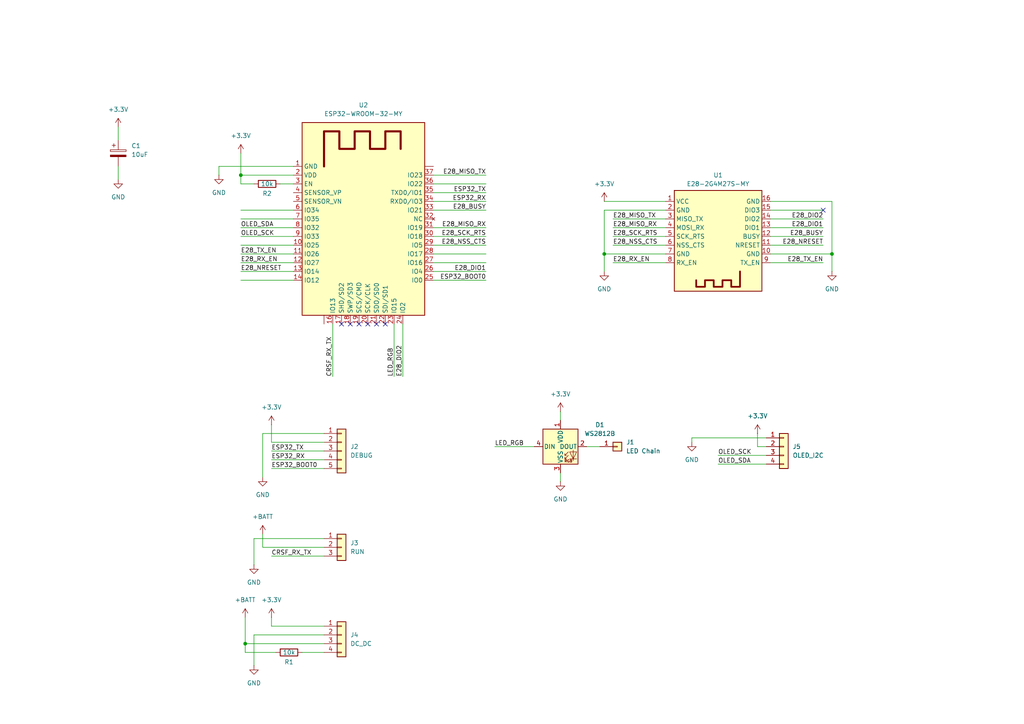
<source format=kicad_sch>
(kicad_sch (version 20250114) (generator "eeschema") (generator_version "9.0")
  (paper "A4")
  (lib_symbols
    (symbol "Connector_Generic:Conn_01x01" (pin_names (offset 1.016) (hide yes))
      (property "Reference" "J" (at 0 2.54 0))
      (property "Value" "Conn_01x01" (at 0 -2.54 0))
      (symbol "Conn_01x01_1_1"
        (rectangle (start -1.27 1.27) (end 1.27 -1.27) (stroke (width 0.254)) (fill (type background)))
        (rectangle (start -1.27 0.127) (end 0 -0.127) (stroke (width 0.1524)))
        (pin passive line (at -5.08 0 0) (length 3.81) (name "Pin_1") (number "1"))
      )
    )
    (symbol "Connector_Generic:Conn_01x03" (pin_names (offset 1.016) (hide yes))
      (property "Reference" "J" (at 0 5.08 0))
      (property "Value" "Conn_01x03" (at 0 -5.08 0))
      (symbol "Conn_01x03_1_1"
        (rectangle (start -1.27 3.81) (end 1.27 -3.81) (stroke (width 0.254)) (fill (type background)))
        (rectangle (start -1.27 2.667) (end 0 2.413) (stroke (width 0.1524)))
        (rectangle (start -1.27 0.127) (end 0 -0.127) (stroke (width 0.1524)))
        (rectangle (start -1.27 -2.413) (end 0 -2.667) (stroke (width 0.1524)))
        (pin passive line (at -5.08 2.54 0) (length 3.81) (name "Pin_1") (number "1"))
        (pin passive line (at -5.08 0 0) (length 3.81) (name "Pin_2") (number "2"))
        (pin passive line (at -5.08 -2.54 0) (length 3.81) (name "Pin_3") (number "3"))
      )
    )
    (symbol "Connector_Generic:Conn_01x04" (pin_names (offset 1.016) (hide yes))
      (property "Reference" "J" (at 0 5.08 0))
      (property "Value" "Conn_01x04" (at 0 -7.62 0))
      (symbol "Conn_01x04_1_1"
        (rectangle (start -1.27 3.81) (end 1.27 -6.35) (stroke (width 0.254)) (fill (type background)))
        (rectangle (start -1.27 2.667) (end 0 2.413) (stroke (width 0.1524)))
        (rectangle (start -1.27 0.127) (end 0 -0.127) (stroke (width 0.1524)))
        (rectangle (start -1.27 -2.413) (end 0 -2.667) (stroke (width 0.1524)))
        (rectangle (start -1.27 -4.953) (end 0 -5.207) (stroke (width 0.1524)))
        (pin passive line (at -5.08 2.54 0) (length 3.81) (name "Pin_1") (number "1"))
        (pin passive line (at -5.08 0 0) (length 3.81) (name "Pin_2") (number "2"))
        (pin passive line (at -5.08 -2.54 0) (length 3.81) (name "Pin_3") (number "3"))
        (pin passive line (at -5.08 -5.08 0) (length 3.81) (name "Pin_4") (number "4"))
      )
    )
    (symbol "Connector_Generic:Conn_01x05" (pin_names (offset 1.016) (hide yes))
      (property "Reference" "J" (at 0 7.62 0))
      (property "Value" "Conn_01x05" (at 0 -7.62 0))
      (symbol "Conn_01x05_1_1"
        (rectangle (start -1.27 6.35) (end 1.27 -6.35) (stroke (width 0.254)) (fill (type background)))
        (rectangle (start -1.27 5.207) (end 0 4.953) (stroke (width 0.1524)))
        (rectangle (start -1.27 2.667) (end 0 2.413) (stroke (width 0.1524)))
        (rectangle (start -1.27 0.127) (end 0 -0.127) (stroke (width 0.1524)))
        (rectangle (start -1.27 -2.413) (end 0 -2.667) (stroke (width 0.1524)))
        (rectangle (start -1.27 -4.953) (end 0 -5.207) (stroke (width 0.1524)))
        (pin passive line (at -5.08 5.08 0) (length 3.81) (name "Pin_1") (number "1"))
        (pin passive line (at -5.08 2.54 0) (length 3.81) (name "Pin_2") (number "2"))
        (pin passive line (at -5.08 0 0) (length 3.81) (name "Pin_3") (number "3"))
        (pin passive line (at -5.08 -2.54 0) (length 3.81) (name "Pin_4") (number "4"))
        (pin passive line (at -5.08 -5.08 0) (length 3.81) (name "Pin_5") (number "5"))
      )
    )
    (symbol "Device:C_Polarized" (pin_numbers (hide yes)) (pin_names (offset 0.254))
      (property "Reference" "C" (at 0.635 2.54 0))
      (property "Value" "C_Polarized" (at 0.635 -2.54 0))
      (symbol "C_Polarized_0_1"
        (rectangle (start -2.286 0.508) (end 2.286 1.016))
        (polyline (pts (xy -1.778 2.286) (xy -0.762 2.286)))
        (polyline (pts (xy -1.27 2.794) (xy -1.27 1.778)))
        (rectangle (start 2.286 -0.508) (end -2.286 -1.016) (fill (type outline)))
      )
      (symbol "C_Polarized_1_1"
        (pin passive line (at 0 3.81 270) (length 2.794) (name "~") (number "1"))
        (pin passive line (at 0 -3.81 90) (length 2.794) (name "~") (number "2"))
      )
    )
    (symbol "Device:R" (pin_numbers (hide yes)) (pin_names (offset 0))
      (property "Reference" "R" (at 2.032 0 90))
      (property "Value" "R" (at 0 0 90))
      (symbol "R_0_1"
        (rectangle (start -1.016 -2.54) (end 1.016 2.54) (stroke (width 0.254)))
      )
      (symbol "R_1_1"
        (pin passive line (at 0 3.81 270) (length 1.27) (name "~") (number "1"))
        (pin passive line (at 0 -3.81 90) (length 1.27) (name "~") (number "2"))
      )
    )
    (symbol "LED:WS2812B" (pin_names (offset 0.254))
      (property "Reference" "D" (at 5.08 5.715 0))
      (property "Value" "WS2812B" (at 1.27 -5.715 0))
      (symbol "WS2812B_0_0"
        (text "RGB" (at 2.286 -4.191 0) (effects (font (size 0.762 0.762))))
      )
      (symbol "WS2812B_0_1"
        (polyline (pts (xy 1.27 -2.54) (xy 1.778 -2.54)))
        (polyline (pts (xy 1.27 -3.556) (xy 1.778 -3.556)))
        (polyline (pts (xy 2.286 -1.524) (xy 1.27 -2.54) (xy 1.27 -2.032)))
        (polyline (pts (xy 2.286 -2.54) (xy 1.27 -3.556) (xy 1.27 -3.048)))
        (polyline (pts (xy 3.683 -1.016) (xy 3.683 -3.556) (xy 3.683 -4.064)))
        (polyline (pts (xy 4.699 -1.524) (xy 2.667 -1.524) (xy 3.683 -3.556) (xy 4.699 -1.524)))
        (polyline (pts (xy 4.699 -3.556) (xy 2.667 -3.556)))
        (rectangle (start 5.08 5.08) (end -5.08 -5.08) (stroke (width 0.254)) (fill (type background)))
      )
      (symbol "WS2812B_1_1"
        (pin input line (at -7.62 0 0) (length 2.54) (name "DIN") (number "4"))
        (pin power_in line (at 0 7.62 270) (length 2.54) (name "VDD") (number "1"))
        (pin power_in line (at 0 -7.62 90) (length 2.54) (name "VSS") (number "3"))
        (pin output line (at 7.62 0 180) (length 2.54) (name "DOUT") (number "2"))
      )
    )
    (symbol "elrs_tx_full_lib:E28-2G4M27S-MY"
      (property "Reference" "U" (at -12.7 15.748 0))
      (property "Value" "E28-2G4M27S-MY" (at 12.7 15.494 0))
      (symbol "E28-2G4M27S-MY_0_1"
        (rectangle (start -12.7 14.605) (end 12.7 -14.605) (stroke (width 0.254)) (fill (type background)))
      )
      (symbol "E28-2G4M27S-MY_1_1"
        (polyline (pts (xy 6.35 -8.89) (xy 6.35 -13.335) (xy 3.81 -13.335) (xy 3.81 -11.43) (xy 1.27 -11.43) (xy 1.27 -13.335) (xy -1.27 -13.335) (xy -1.27 -11.43) (xy -3.81 -11.43) (xy -3.81 -13.335) (xy -6.35 -13.335) (xy -6.35 -11.43)) (stroke (width 0.508) (color 132 0 0 1)))
        (pin power_in line (at -15.24 11.43 0) (length 2.54) (name "VCC") (number "1"))
        (pin power_in line (at -15.24 8.89 0) (length 2.54) (name "GND") (number "2"))
        (pin bidirectional line (at -15.24 6.35 0) (length 2.54) (name "MISO_TX") (number "3"))
        (pin bidirectional line (at -15.24 3.81 0) (length 2.54) (name "MOSI_RX") (number "4"))
        (pin bidirectional line (at -15.24 1.27 0) (length 2.54) (name "SCK_RTS") (number "5"))
        (pin bidirectional line (at -15.24 -1.27 0) (length 2.54) (name "NSS_CTS") (number "6"))
        (pin passive line (at -15.24 -3.81 0) (length 2.54) (name "GND") (number "7"))
        (pin bidirectional line (at -15.24 -6.35 0) (length 2.54) (name "RX_EN") (number "8"))
        (pin passive line (at 15.24 11.43 180) (length 2.54) (name "GND") (number "16"))
        (pin bidirectional line (at 15.24 8.89 180) (length 2.54) (name "DIO3") (number "15"))
        (pin bidirectional line (at 15.24 6.35 180) (length 2.54) (name "DIO2") (number "14"))
        (pin bidirectional line (at 15.24 3.81 180) (length 2.54) (name "DIO1") (number "13"))
        (pin bidirectional line (at 15.24 1.27 180) (length 2.54) (name "BUSY") (number "12"))
        (pin bidirectional line (at 15.24 -1.27 180) (length 2.54) (name "NRESET") (number "11"))
        (pin passive line (at 15.24 -3.81 180) (length 2.54) (name "GND") (number "10"))
        (pin bidirectional line (at 15.24 -6.35 180) (length 2.54) (name "TX_EN") (number "9"))
      )
    )
    (symbol "elrs_tx_full_lib:ESP32-WROOM-32-MY"
      (property "Reference" "U" (at -17.526 28.956 0))
      (property "Value" "ESP32-WROOM-32-MY" (at 18.034 28.956 0))
      (symbol "ESP32-WROOM-32-MY_0_1"
        (rectangle (start -17.78 27.94) (end 17.78 -27.94) (stroke (width 0.254)) (fill (type background)))
        (polyline (pts (xy -11.43 -27.94) (xy -11.43 -30.48)))
        (polyline (pts (xy 17.78 15.24) (xy 20.32 15.24)))
      )
      (symbol "ESP32-WROOM-32-MY_1_1"
        (polyline (pts (xy -11.43 15.24) (xy -11.43 25.4) (xy -6.985 25.4) (xy -6.985 20.32) (xy -2.54 20.32) (xy -2.54 25.4) (xy 1.905 25.4) (xy 1.905 20.32) (xy 6.35 20.32) (xy 6.35 25.4) (xy 10.795 25.4) (xy 10.795 20.32)) (stroke (width 0.6096) (color 132 0 0 1)))
        (pin power_in line (at -20.32 15.24 0) (length 2.54) (name "GND") (number "1"))
        (pin passive line (at -20.32 15.24 0) (length 2.54) (hide yes) (name "GND") (number "15"))
        (pin passive line (at -20.32 15.24 0) (length 2.54) (hide yes) (name "GND") (number "38"))
        (pin passive line (at -20.32 15.24 0) (length 2.54) (hide yes) (name "GND") (number "39"))
        (pin power_in line (at -20.32 12.7 0) (length 2.54) (name "VDD") (number "2"))
        (pin input line (at -20.32 10.16 0) (length 2.54) (name "EN") (number "3"))
        (pin input line (at -20.32 7.62 0) (length 2.54) (name "SENSOR_VP") (number "4"))
        (pin input line (at -20.32 5.08 0) (length 2.54) (name "SENSOR_VN") (number "5"))
        (pin input line (at -20.32 2.54 0) (length 2.54) (name "IO34") (number "6"))
        (pin input line (at -20.32 0 0) (length 2.54) (name "IO35") (number "7"))
        (pin bidirectional line (at -20.32 -2.54 0) (length 2.54) (name "IO32") (number "8"))
        (pin bidirectional line (at -20.32 -5.08 0) (length 2.54) (name "IO33") (number "9"))
        (pin bidirectional line (at -20.32 -7.62 0) (length 2.54) (name "IO25") (number "10"))
        (pin bidirectional line (at -20.32 -10.16 0) (length 2.54) (name "IO26") (number "11"))
        (pin bidirectional line (at -20.32 -12.7 0) (length 2.54) (name "IO27") (number "12"))
        (pin bidirectional line (at -20.32 -15.24 0) (length 2.54) (name "IO14") (number "13"))
        (pin bidirectional line (at -20.32 -17.78 0) (length 2.54) (name "IO12") (number "14"))
        (pin bidirectional line (at -8.89 -30.48 90) (length 2.54) (name "IO13") (number "16"))
        (pin bidirectional line (at -6.35 -30.48 90) (length 2.54) (name "SHD/SD2") (number "17"))
        (pin bidirectional line (at -3.81 -30.48 90) (length 2.54) (name "SWP/SD3") (number "18"))
        (pin bidirectional line (at -1.27 -30.48 90) (length 2.54) (name "SCS/CMD") (number "19"))
        (pin bidirectional line (at 1.27 -30.48 90) (length 2.54) (name "SCK/CLK") (number "20"))
        (pin bidirectional line (at 3.81 -30.48 90) (length 2.54) (name "SDO/SD0") (number "21"))
        (pin bidirectional line (at 6.35 -30.48 90) (length 2.54) (name "SDI/SD1") (number "22"))
        (pin bidirectional line (at 8.89 -30.48 90) (length 2.54) (name "IO15") (number "23"))
        (pin bidirectional line (at 11.43 -30.48 90) (length 2.54) (name "IO2") (number "24"))
        (pin bidirectional line (at 20.32 12.7 180) (length 2.54) (name "IO23") (number "37"))
        (pin bidirectional line (at 20.32 10.16 180) (length 2.54) (name "IO22") (number "36"))
        (pin bidirectional line (at 20.32 7.62 180) (length 2.54) (name "TXD0/IO1") (number "35"))
        (pin bidirectional line (at 20.32 5.08 180) (length 2.54) (name "RXD0/IO3") (number "34"))
        (pin bidirectional line (at 20.32 2.54 180) (length 2.54) (name "IO21") (number "33"))
        (pin no_connect line (at 20.32 0 180) (length 2.54) (name "NC") (number "32"))
        (pin bidirectional line (at 20.32 -2.54 180) (length 2.54) (name "IO19") (number "31"))
        (pin bidirectional line (at 20.32 -5.08 180) (length 2.54) (name "IO18") (number "30"))
        (pin bidirectional line (at 20.32 -7.62 180) (length 2.54) (name "IO5") (number "29"))
        (pin bidirectional line (at 20.32 -10.16 180) (length 2.54) (name "IO17") (number "28"))
        (pin bidirectional line (at 20.32 -12.7 180) (length 2.54) (name "IO16") (number "27"))
        (pin bidirectional line (at 20.32 -15.24 180) (length 2.54) (name "IO4") (number "26"))
        (pin bidirectional line (at 20.32 -17.78 180) (length 2.54) (name "IO0") (number "25"))
      )
    )
    (symbol "power:+3.3V" (power) (pin_numbers (hide yes)) (pin_names (offset 0) (hide yes))
      (property "Value" "+3.3V" (at 0 3.556 0))
      (symbol "+3.3V_0_1"
        (polyline (pts (xy -0.762 1.27) (xy 0 2.54)))
        (polyline (pts (xy 0 2.54) (xy 0.762 1.27)))
        (polyline (pts (xy 0 0) (xy 0 2.54)))
      )
      (symbol "+3.3V_1_1"
        (pin power_in line (at 0 0 90) (length 0) (name "~") (number "1"))
      )
    )
    (symbol "power:+BATT" (power) (pin_numbers (hide yes)) (pin_names (offset 0) (hide yes))
      (property "Value" "+BATT" (at 0 3.556 0))
      (symbol "+BATT_0_1"
        (polyline (pts (xy -0.762 1.27) (xy 0 2.54)))
        (polyline (pts (xy 0 2.54) (xy 0.762 1.27)))
        (polyline (pts (xy 0 0) (xy 0 2.54)))
      )
      (symbol "+BATT_1_1"
        (pin power_in line (at 0 0 90) (length 0) (name "~") (number "1"))
      )
    )
    (symbol "power:GND" (power) (pin_numbers (hide yes)) (pin_names (offset 0) (hide yes))
      (property "Value" "GND" (at 0 -3.81 0))
      (symbol "GND_0_1"
        (polyline (pts (xy 0 0) (xy 0 -1.27) (xy 1.27 -1.27) (xy 0 -2.54) (xy -1.27 -1.27) (xy 0 -1.27)))
      )
      (symbol "GND_1_1"
        (pin power_in line (at 0 0 270) (length 0) (name "~") (number "1"))
      )
    )
  )
  (junction (at 69.85 50.8))
  (junction (at 241.3 73.66))
  (junction (at 71.12 186.69))
  (junction (at 175.26 73.66))
  (no_connect (at 106.68 93.98))
  (no_connect (at 238.76 60.96))
  (no_connect (at 104.14 93.98))
  (no_connect (at 99.06 93.98))
  (no_connect (at 109.22 93.98))
  (no_connect (at 111.76 93.98))
  (no_connect (at 101.6 93.98))
  (wire (pts (xy 71.12 186.69) (xy 71.12 179.07)))
  (wire (pts (xy 73.66 156.21) (xy 93.98 156.21)))
  (wire (pts (xy 208.28 134.62) (xy 222.25 134.62)))
  (wire (pts (xy 223.52 66.04) (xy 238.76 66.04)))
  (wire (pts (xy 71.12 186.69) (xy 71.12 189.23)))
  (wire (pts (xy 241.3 73.66) (xy 241.3 78.74)))
  (wire (pts (xy 125.73 50.8) (xy 140.97 50.8)))
  (wire (pts (xy 93.98 125.73) (xy 76.2 125.73)))
  (wire (pts (xy 34.29 48.26) (xy 34.29 52.07)))
  (wire (pts (xy 125.73 81.28) (xy 140.97 81.28)))
  (wire (pts (xy 125.73 66.04) (xy 140.97 66.04)))
  (wire (pts (xy 73.66 184.15) (xy 73.66 193.04)))
  (wire (pts (xy 125.73 55.88) (xy 140.97 55.88)))
  (wire (pts (xy 69.85 76.2) (xy 85.09 76.2)))
  (wire (pts (xy 177.8 63.5) (xy 193.04 63.5)))
  (wire (pts (xy 222.25 127) (xy 200.66 127)))
  (wire (pts (xy 223.52 73.66) (xy 241.3 73.66)))
  (wire (pts (xy 223.52 63.5) (xy 238.76 63.5)))
  (wire (pts (xy 125.73 68.58) (xy 140.97 68.58)))
  (wire (pts (xy 241.3 58.42) (xy 241.3 73.66)))
  (wire (pts (xy 162.56 137.16) (xy 162.56 139.7)))
  (wire (pts (xy 73.66 184.15) (xy 93.98 184.15)))
  (wire (pts (xy 116.84 109.22) (xy 116.84 93.98)))
  (wire (pts (xy 81.28 53.34) (xy 85.09 53.34)))
  (wire (pts (xy 69.85 44.45) (xy 69.85 50.8)))
  (wire (pts (xy 69.85 73.66) (xy 85.09 73.66)))
  (wire (pts (xy 69.85 60.96) (xy 85.09 60.96)))
  (wire (pts (xy 223.52 68.58) (xy 238.76 68.58)))
  (wire (pts (xy 78.74 123.19) (xy 78.74 128.27)))
  (wire (pts (xy 78.74 161.29) (xy 93.98 161.29)))
  (wire (pts (xy 87.63 189.23) (xy 93.98 189.23)))
  (wire (pts (xy 125.73 71.12) (xy 140.97 71.12)))
  (wire (pts (xy 78.74 135.89) (xy 93.98 135.89)))
  (wire (pts (xy 96.52 109.22) (xy 96.52 93.98)))
  (wire (pts (xy 125.73 78.74) (xy 140.97 78.74)))
  (wire (pts (xy 125.73 76.2) (xy 140.97 76.2)))
  (wire (pts (xy 69.85 66.04) (xy 85.09 66.04)))
  (wire (pts (xy 76.2 158.75) (xy 76.2 154.94)))
  (wire (pts (xy 69.85 68.58) (xy 85.09 68.58)))
  (wire (pts (xy 208.28 132.08) (xy 222.25 132.08)))
  (wire (pts (xy 69.85 53.34) (xy 69.85 50.8)))
  (wire (pts (xy 175.26 73.66) (xy 175.26 78.74)))
  (wire (pts (xy 78.74 133.35) (xy 93.98 133.35)))
  (wire (pts (xy 78.74 128.27) (xy 93.98 128.27)))
  (wire (pts (xy 223.52 60.96) (xy 238.76 60.96)))
  (wire (pts (xy 177.8 66.04) (xy 193.04 66.04)))
  (wire (pts (xy 73.66 156.21) (xy 73.66 163.83)))
  (wire (pts (xy 177.8 76.2) (xy 193.04 76.2)))
  (wire (pts (xy 223.52 58.42) (xy 241.3 58.42)))
  (wire (pts (xy 125.73 73.66) (xy 140.97 73.66)))
  (wire (pts (xy 73.66 53.34) (xy 69.85 53.34)))
  (wire (pts (xy 69.85 81.28) (xy 85.09 81.28)))
  (wire (pts (xy 114.3 109.22) (xy 114.3 93.98)))
  (wire (pts (xy 175.26 60.96) (xy 193.04 60.96)))
  (wire (pts (xy 223.52 71.12) (xy 238.76 71.12)))
  (wire (pts (xy 177.8 68.58) (xy 193.04 68.58)))
  (wire (pts (xy 76.2 125.73) (xy 76.2 138.43)))
  (wire (pts (xy 162.56 119.38) (xy 162.56 121.92)))
  (wire (pts (xy 125.73 58.42) (xy 140.97 58.42)))
  (wire (pts (xy 175.26 60.96) (xy 175.26 73.66)))
  (wire (pts (xy 71.12 186.69) (xy 93.98 186.69)))
  (wire (pts (xy 170.18 129.54) (xy 173.99 129.54)))
  (wire (pts (xy 69.85 63.5) (xy 85.09 63.5)))
  (wire (pts (xy 219.71 125.73) (xy 219.71 129.54)))
  (wire (pts (xy 69.85 50.8) (xy 85.09 50.8)))
  (wire (pts (xy 71.12 189.23) (xy 80.01 189.23)))
  (wire (pts (xy 223.52 76.2) (xy 238.76 76.2)))
  (wire (pts (xy 175.26 73.66) (xy 193.04 73.66)))
  (wire (pts (xy 69.85 78.74) (xy 85.09 78.74)))
  (wire (pts (xy 200.66 127) (xy 200.66 128.27)))
  (wire (pts (xy 175.26 58.42) (xy 193.04 58.42)))
  (wire (pts (xy 69.85 71.12) (xy 85.09 71.12)))
  (wire (pts (xy 177.8 71.12) (xy 193.04 71.12)))
  (wire (pts (xy 63.5 50.8) (xy 63.5 48.26)))
  (wire (pts (xy 63.5 48.26) (xy 85.09 48.26)))
  (wire (pts (xy 78.74 181.61) (xy 93.98 181.61)))
  (wire (pts (xy 34.29 36.83) (xy 34.29 40.64)))
  (wire (pts (xy 154.94 129.54) (xy 143.51 129.54)))
  (wire (pts (xy 125.73 53.34) (xy 140.97 53.34)))
  (wire (pts (xy 125.73 60.96) (xy 140.97 60.96)))
  (wire (pts (xy 78.74 179.07) (xy 78.74 181.61)))
  (wire (pts (xy 219.71 129.54) (xy 222.25 129.54)))
  (wire (pts (xy 76.2 158.75) (xy 93.98 158.75)))
  (wire (pts (xy 78.74 130.81) (xy 93.98 130.81)))
  (label "OLED_SDA" (at 69.85 66.04 0))
  (label "E28_NSS_CTS" (at 177.8 71.12 0))
  (label "ESP32_RX" (at 78.74 133.35 0))
  (label "OLED_SCK" (at 208.28 132.08 0))
  (label "E28_NSS_CTS" (at 140.97 71.12 180))
  (label "E28_TX_EN" (at 69.85 73.66 0))
  (label "E28_MISO_RX" (at 140.97 66.04 180))
  (label "CRSF_RX_TX" (at 78.74 161.29 0))
  (label "ESP32_TX" (at 140.97 55.88 180))
  (label "ESP32_RX" (at 140.97 58.42 180))
  (label "E28_DIO1" (at 140.97 78.74 180))
  (label "ESP32_BOOT0" (at 78.74 135.89 0))
  (label "E28_MISO_RX" (at 177.8 66.04 0))
  (label "E28_MISO_TX" (at 177.8 63.5 0))
  (label "ESP32_TX" (at 78.74 130.81 0))
  (label "E28_NRESET" (at 69.85 78.74 0))
  (label "LED_RGB" (at 143.51 129.54 0))
  (label "E28_DIO2" (at 116.84 109.22 90))
  (label "CRSF_RX_TX" (at 96.52 109.22 90))
  (label "ESP32_BOOT0" (at 140.97 81.28 180))
  (label "OLED_SCK" (at 69.85 68.58 0))
  (label "OLED_SDA" (at 208.28 134.62 0))
  (label "E28_BUSY" (at 140.97 60.96 180))
  (label "E28_DIO1" (at 238.76 66.04 180))
  (label "E28_MISO_TX" (at 140.97 50.8 180))
  (label "E28_SCK_RTS" (at 177.8 68.58 0))
  (label "E28_SCK_RTS" (at 140.97 68.58 180))
  (label "E28_NRESET" (at 238.76 71.12 180))
  (label "E28_RX_EN" (at 69.85 76.2 0))
  (label "E28_BUSY" (at 238.76 68.58 180))
  (label "E28_RX_EN" (at 177.8 76.2 0))
  (label "LED_RGB" (at 114.3 109.22 90))
  (label "E28_DIO2" (at 238.76 63.5 180))
  (label "E28_TX_EN" (at 238.76 76.2 180))
  (symbol (lib_id "power:GND") (at 241.3 78.74 0) (unit 1)
    (property "Reference" "#PWR03" (effects (hide yes)))
    (property "Value" "GND" (at 241.3 83.82 0))
    (property "Description" "Power symbol creates a global label with name \"GND\" , ground" (effects (hide yes)))
  )
  (symbol (lib_id "power:GND") (at 76.2 138.43 0) (unit 1)
    (property "Reference" "#PWR05" (effects (hide yes)))
    (property "Value" "GND" (at 76.2 143.51 0))
    (property "Description" "Power symbol creates a global label with name \"GND\" , ground" (effects (hide yes)))
  )
  (symbol (lib_id "power:+BATT") (at 71.12 179.07 0) (unit 1)
    (property "Reference" "#PWR08" (effects (hide yes)))
    (property "Value" "+BATT" (at 71.12 173.99 0))
    (property "Description" "Power symbol creates a global label with name \"+BATT\"" (effects (hide yes)))
  )
  (symbol (lib_id "elrs_tx_full_lib:ESP32-WROOM-32-MY") (at 105.41 63.5 0) (unit 1)
    (property "Reference" "U2" (at 105.41 30.48 0))
    (property "Value" "ESP32-WROOM-32-MY" (at 105.41 33.02 0))
    (property "Footprint" "elrs_tx_full:ESP32-WROOM-32D-MY" (effects (hide yes)))
    (property "Datasheet" "https://www.espressif.com/sites/default/files/documentation/esp32-wroom-32_datasheet_en.pdf" (effects (hide yes)))
    (property "Description" "RF Module, ESP32-D0WDQ6 SoC, Wi-Fi 802.11b/g/n, Bluetooth, BLE, 32-bit, 2.7-3.6V, onboard antenna, SMD" (effects (hide yes)))
  )
  (symbol (lib_id "Device:R") (at 83.82 189.23 270) (unit 1)
    (property "Reference" "R1" (at 83.82 192.024 90))
    (property "Value" "10k" (at 83.82 189.23 90))
    (property "Footprint" "Resistor_SMD:R_0805_2012Metric_Pad1.20x1.40mm_HandSolder" (effects (hide yes)))
    (property "Description" "Resistor" (effects (hide yes)))
  )
  (symbol (lib_id "Connector_Generic:Conn_01x05") (at 99.06 130.81 0) (unit 1)
    (property "Reference" "J2" (at 101.6 129.5399 0) (effects (justify left)))
    (property "Value" "DEBUG" (at 101.6 132.0799 0) (effects (justify left)))
    (property "Footprint" "Connector_PinHeader_2.54mm:PinHeader_1x05_P2.54mm_Vertical" (effects (hide yes)))
    (property "Description" "Generic connector, single row, 01x05, script generated (kicad-library-utils/schlib/autogen/connector/)" (effects (hide yes)))
  )
  (symbol (lib_id "power:GND") (at 73.66 193.04 0) (unit 1)
    (property "Reference" "#PWR09" (effects (hide yes)))
    (property "Value" "GND" (at 73.66 198.12 0))
    (property "Description" "Power symbol creates a global label with name \"GND\" , ground" (effects (hide yes)))
  )
  (symbol (lib_id "power:+3.3V") (at 69.85 44.45 0) (unit 1)
    (property "Reference" "#PWR012" (effects (hide yes)))
    (property "Value" "+3.3V" (at 69.85 39.37 0))
    (property "Description" "Power symbol creates a global label with name \"+3.3V\"" (effects (hide yes)))
  )
  (symbol (lib_id "power:GND") (at 200.66 128.27 0) (unit 1)
    (property "Reference" "#PWR017" (effects (hide yes)))
    (property "Value" "GND" (at 200.66 133.35 0))
    (property "Description" "Power symbol creates a global label with name \"GND\" , ground" (effects (hide yes)))
  )
  (symbol (lib_id "Connector_Generic:Conn_01x04") (at 227.33 129.54 0) (unit 1)
    (property "Reference" "J5" (at 229.87 129.5399 0) (effects (justify left)))
    (property "Value" "OLED_I2C" (at 229.87 132.0799 0) (effects (justify left)))
    (property "Footprint" "Connector_PinHeader_2.54mm:PinHeader_1x04_P2.54mm_Vertical" (effects (hide yes)))
    (property "Description" "Generic connector, single row, 01x04, script generated (kicad-library-utils/schlib/autogen/connector/)" (effects (hide yes)))
  )
  (symbol (lib_id "Connector_Generic:Conn_01x03") (at 99.06 158.75 0) (unit 1)
    (property "Reference" "J3" (at 101.6 157.4799 0) (effects (justify left)))
    (property "Value" "RUN" (at 101.6 160.0199 0) (effects (justify left)))
    (property "Footprint" "Connector_PinHeader_2.54mm:PinHeader_1x03_P2.54mm_Vertical" (effects (hide yes)))
    (property "Description" "Generic connector, single row, 01x03, script generated (kicad-library-utils/schlib/autogen/connector/)" (effects (hide yes)))
  )
  (symbol (lib_id "power:+3.3V") (at 78.74 123.19 0) (unit 1)
    (property "Reference" "#PWR04" (effects (hide yes)))
    (property "Value" "+3.3V" (at 78.74 118.11 0))
    (property "Description" "Power symbol creates a global label with name \"+3.3V\"" (effects (hide yes)))
  )
  (symbol (lib_id "power:+3.3V") (at 219.71 125.73 0) (unit 1)
    (property "Reference" "#PWR018" (effects (hide yes)))
    (property "Value" "+3.3V" (at 219.71 120.65 0))
    (property "Description" "Power symbol creates a global label with name \"+3.3V\"" (effects (hide yes)))
  )
  (symbol (lib_id "power:GND") (at 73.66 163.83 0) (unit 1)
    (property "Reference" "#PWR06" (effects (hide yes)))
    (property "Value" "GND" (at 73.66 168.91 0))
    (property "Description" "Power symbol creates a global label with name \"GND\" , ground" (effects (hide yes)))
  )
  (symbol (lib_id "Connector_Generic:Conn_01x01") (at 179.07 129.54 0) (unit 1)
    (property "Reference" "J1" (at 181.61 128.2699 0) (effects (justify left)))
    (property "Value" "LED Chain" (at 181.61 130.8099 0) (effects (justify left)))
    (property "Footprint" "Connector_PinHeader_2.54mm:PinHeader_1x01_P2.54mm_Vertical" (effects (hide yes)))
    (property "Description" "Generic connector, single row, 01x01, script generated (kicad-library-utils/schlib/autogen/connector/)" (effects (hide yes)))
  )
  (symbol (lib_id "Connector_Generic:Conn_01x04") (at 99.06 184.15 0) (unit 1)
    (property "Reference" "J4" (at 101.6 184.1499 0) (effects (justify left)))
    (property "Value" "DC_DC" (at 101.6 186.6899 0) (effects (justify left)))
    (property "Footprint" "Connector_PinHeader_2.54mm:PinHeader_1x04_P2.54mm_Vertical" (effects (hide yes)))
    (property "Description" "Generic connector, single row, 01x04, script generated (kicad-library-utils/schlib/autogen/connector/)" (effects (hide yes)))
  )
  (symbol (lib_id "power:+3.3V") (at 78.74 179.07 0) (unit 1)
    (property "Reference" "#PWR010" (effects (hide yes)))
    (property "Value" "+3.3V" (at 78.74 173.99 0))
    (property "Description" "Power symbol creates a global label with name \"+3.3V\"" (effects (hide yes)))
  )
  (symbol (lib_id "power:+3.3V") (at 34.29 36.83 0) (unit 1)
    (property "Reference" "#PWR013" (effects (hide yes)))
    (property "Value" "+3.3V" (at 34.29 31.75 0))
    (property "Description" "Power symbol creates a global label with name \"+3.3V\"" (effects (hide yes)))
  )
  (symbol (lib_id "power:GND") (at 63.5 50.8 0) (unit 1)
    (property "Reference" "#PWR011" (effects (hide yes)))
    (property "Value" "GND" (at 63.5 55.88 0))
    (property "Description" "Power symbol creates a global label with name \"GND\" , ground" (effects (hide yes)))
  )
  (symbol (lib_id "power:GND") (at 34.29 52.07 0) (unit 1)
    (property "Reference" "#PWR014" (effects (hide yes)))
    (property "Value" "GND" (at 34.29 57.15 0))
    (property "Description" "Power symbol creates a global label with name \"GND\" , ground" (effects (hide yes)))
  )
  (symbol (lib_id "Device:C_Polarized") (at 34.29 44.45 0) (unit 1)
    (property "Reference" "C1" (at 38.1 42.2909 0) (effects (justify left)))
    (property "Value" "10uF" (at 38.1 44.8309 0) (effects (justify left)))
    (property "Footprint" "Capacitor_SMD:C_1812_4532Metric_Pad1.57x3.40mm_HandSolder" (effects (hide yes)))
    (property "Description" "Polarized capacitor" (effects (hide yes)))
  )
  (symbol (lib_id "LED:WS2812B") (at 162.56 129.54 0) (unit 1)
    (property "Reference" "D1" (at 173.99 123.2214 0))
    (property "Value" "WS2812B" (at 173.99 125.7614 0))
    (property "Footprint" "LED_SMD:LED_WS2812B_PLCC4_5.0x5.0mm_P3.2mm" (effects (hide yes)))
    (property "Datasheet" "https://cdn-shop.adafruit.com/datasheets/WS2812B.pdf" (effects (hide yes)))
    (property "Description" "RGB LED with integrated controller" (effects (hide yes)))
  )
  (symbol (lib_id "power:+3.3V") (at 175.26 58.42 0) (unit 1)
    (property "Reference" "#PWR01" (effects (hide yes)))
    (property "Value" "+3.3V" (at 175.26 53.34 0))
    (property "Description" "Power symbol creates a global label with name \"+3.3V\"" (effects (hide yes)))
  )
  (symbol (lib_id "Device:R") (at 77.47 53.34 270) (unit 1)
    (property "Reference" "R2" (at 77.47 56.134 90))
    (property "Value" "10k" (at 77.47 53.34 90))
    (property "Footprint" "Resistor_SMD:R_0805_2012Metric_Pad1.20x1.40mm_HandSolder" (effects (hide yes)))
    (property "Description" "Resistor" (effects (hide yes)))
  )
  (symbol (lib_id "power:GND") (at 175.26 78.74 0) (unit 1)
    (property "Reference" "#PWR02" (effects (hide yes)))
    (property "Value" "GND" (at 175.26 83.82 0))
    (property "Description" "Power symbol creates a global label with name \"GND\" , ground" (effects (hide yes)))
  )
  (symbol (lib_id "power:+3.3V") (at 162.56 119.38 0) (unit 1)
    (property "Reference" "#PWR015" (effects (hide yes)))
    (property "Value" "+3.3V" (at 162.56 114.3 0))
    (property "Description" "Power symbol creates a global label with name \"+3.3V\"" (effects (hide yes)))
  )
  (symbol (lib_id "power:+BATT") (at 76.2 154.94 0) (unit 1)
    (property "Reference" "#PWR07" (effects (hide yes)))
    (property "Value" "+BATT" (at 76.2 149.86 0))
    (property "Description" "Power symbol creates a global label with name \"+BATT\"" (effects (hide yes)))
  )
  (symbol (lib_id "power:GND") (at 162.56 139.7 0) (unit 1)
    (property "Reference" "#PWR016" (effects (hide yes)))
    (property "Value" "GND" (at 162.56 144.78 0))
    (property "Description" "Power symbol creates a global label with name \"GND\" , ground" (effects (hide yes)))
  )
  (symbol (lib_id "elrs_tx_full_lib:E28-2G4M27S-MY") (at 208.28 69.85 0) (unit 1)
    (property "Reference" "U1" (at 208.28 50.8 0))
    (property "Value" "E28-2G4M27S-MY" (at 208.28 53.34 0))
    (property "Footprint" "elrs_tx_full:E28-2G4M27S" (effects (hide yes)))
    (property "Datasheet" "https://www.cdebyte.com/pdf-down.aspx?id=1783" (effects (hide yes)))
    (property "Description" "E28-2G4M27S, onboard antenna, SMD" (effects (hide yes)))
  )
)
</source>
